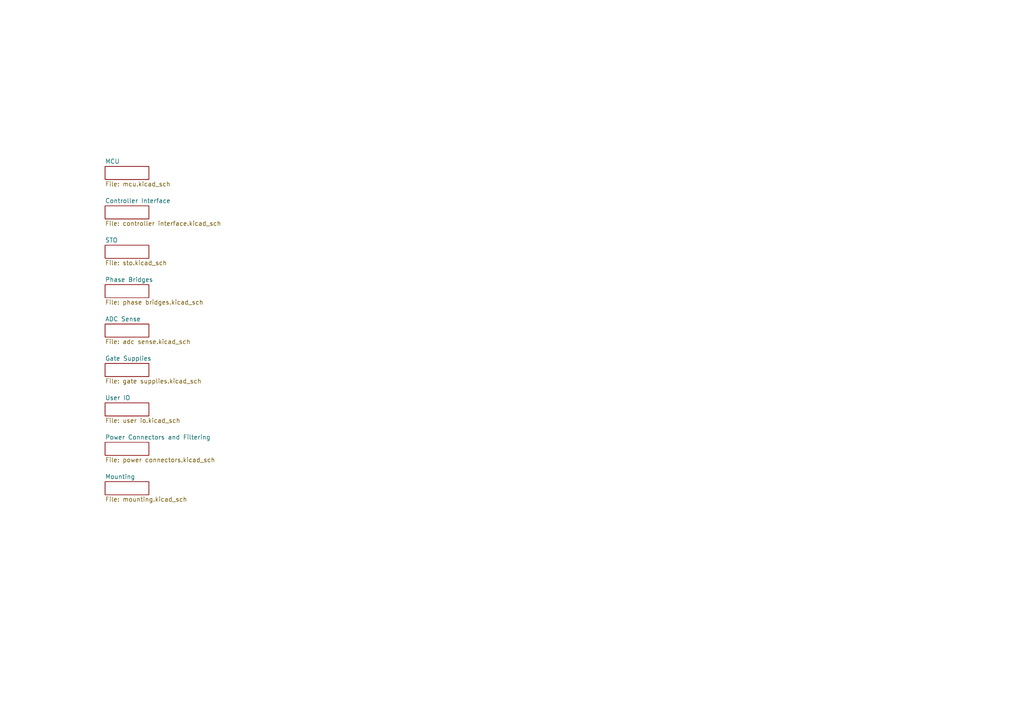
<source format=kicad_sch>
(kicad_sch
	(version 20231120)
	(generator "eeschema")
	(generator_version "8.0")
	(uuid "00e1489f-e855-42b2-9b8a-dcc958a4feb6")
	(paper "A4")
	(lib_symbols)
	(sheet
		(at 30.48 48.26)
		(size 12.7 3.81)
		(fields_autoplaced yes)
		(stroke
			(width 0.1524)
			(type solid)
		)
		(fill
			(color 0 0 0 0.0000)
		)
		(uuid "0994202a-da31-4ff2-a1b0-77c92fee171e")
		(property "Sheetname" "MCU"
			(at 30.48 47.5484 0)
			(effects
				(font
					(size 1.27 1.27)
				)
				(justify left bottom)
			)
		)
		(property "Sheetfile" "mcu.kicad_sch"
			(at 30.48 52.6546 0)
			(effects
				(font
					(size 1.27 1.27)
				)
				(justify left top)
			)
		)
		(instances
			(project "HV servo drive v1"
				(path "/00e1489f-e855-42b2-9b8a-dcc958a4feb6"
					(page "2")
				)
			)
		)
	)
	(sheet
		(at 30.48 105.41)
		(size 12.7 3.81)
		(fields_autoplaced yes)
		(stroke
			(width 0.1524)
			(type solid)
		)
		(fill
			(color 0 0 0 0.0000)
		)
		(uuid "259c1026-fe6d-43e7-bb0b-0fa333ad9045")
		(property "Sheetname" "Gate Supplies"
			(at 30.48 104.6984 0)
			(effects
				(font
					(size 1.27 1.27)
				)
				(justify left bottom)
			)
		)
		(property "Sheetfile" "gate supplies.kicad_sch"
			(at 30.48 109.8046 0)
			(effects
				(font
					(size 1.27 1.27)
				)
				(justify left top)
			)
		)
		(instances
			(project "HV servo drive v1"
				(path "/00e1489f-e855-42b2-9b8a-dcc958a4feb6"
					(page "7")
				)
			)
		)
	)
	(sheet
		(at 30.48 128.27)
		(size 12.7 3.81)
		(fields_autoplaced yes)
		(stroke
			(width 0.1524)
			(type solid)
		)
		(fill
			(color 0 0 0 0.0000)
		)
		(uuid "2852c9f9-8bc9-4870-b49f-dc85f06c165d")
		(property "Sheetname" "Power Connectors and Filtering"
			(at 30.48 127.5584 0)
			(effects
				(font
					(size 1.27 1.27)
				)
				(justify left bottom)
			)
		)
		(property "Sheetfile" "power connectors.kicad_sch"
			(at 30.48 132.6646 0)
			(effects
				(font
					(size 1.27 1.27)
				)
				(justify left top)
			)
		)
		(instances
			(project "HV servo drive v1"
				(path "/00e1489f-e855-42b2-9b8a-dcc958a4feb6"
					(page "9")
				)
			)
		)
	)
	(sheet
		(at 30.48 116.84)
		(size 12.7 3.81)
		(fields_autoplaced yes)
		(stroke
			(width 0.1524)
			(type solid)
		)
		(fill
			(color 0 0 0 0.0000)
		)
		(uuid "350b799a-1897-4e91-b3ab-5fc22b52db7c")
		(property "Sheetname" "User IO"
			(at 30.48 116.1284 0)
			(effects
				(font
					(size 1.27 1.27)
				)
				(justify left bottom)
			)
		)
		(property "Sheetfile" "user io.kicad_sch"
			(at 30.48 121.2346 0)
			(effects
				(font
					(size 1.27 1.27)
				)
				(justify left top)
			)
		)
		(instances
			(project "HV servo drive v1"
				(path "/00e1489f-e855-42b2-9b8a-dcc958a4feb6"
					(page "8")
				)
			)
		)
	)
	(sheet
		(at 30.48 139.7)
		(size 12.7 3.81)
		(fields_autoplaced yes)
		(stroke
			(width 0.1524)
			(type solid)
		)
		(fill
			(color 0 0 0 0.0000)
		)
		(uuid "5630d7aa-18e9-4c19-993b-fb61da4e222f")
		(property "Sheetname" "Mounting"
			(at 30.48 138.9884 0)
			(effects
				(font
					(size 1.27 1.27)
				)
				(justify left bottom)
			)
		)
		(property "Sheetfile" "mounting.kicad_sch"
			(at 30.48 144.0946 0)
			(effects
				(font
					(size 1.27 1.27)
				)
				(justify left top)
			)
		)
		(instances
			(project "HV servo drive v1"
				(path "/00e1489f-e855-42b2-9b8a-dcc958a4feb6"
					(page "10")
				)
			)
		)
	)
	(sheet
		(at 30.48 71.12)
		(size 12.7 3.81)
		(fields_autoplaced yes)
		(stroke
			(width 0.1524)
			(type solid)
		)
		(fill
			(color 0 0 0 0.0000)
		)
		(uuid "5ac84363-ab69-4569-a1a9-ce084738114b")
		(property "Sheetname" "STO"
			(at 30.48 70.4084 0)
			(effects
				(font
					(size 1.27 1.27)
				)
				(justify left bottom)
			)
		)
		(property "Sheetfile" "sto.kicad_sch"
			(at 30.48 75.5146 0)
			(effects
				(font
					(size 1.27 1.27)
				)
				(justify left top)
			)
		)
		(instances
			(project "HV servo drive v1"
				(path "/00e1489f-e855-42b2-9b8a-dcc958a4feb6"
					(page "4")
				)
			)
		)
	)
	(sheet
		(at 30.48 59.69)
		(size 12.7 3.81)
		(fields_autoplaced yes)
		(stroke
			(width 0.1524)
			(type solid)
		)
		(fill
			(color 0 0 0 0.0000)
		)
		(uuid "9524a05b-e576-4e62-b0e5-c418214a1de1")
		(property "Sheetname" "Controller Interface"
			(at 30.48 58.9784 0)
			(effects
				(font
					(size 1.27 1.27)
				)
				(justify left bottom)
			)
		)
		(property "Sheetfile" "controller interface.kicad_sch"
			(at 30.48 64.0846 0)
			(effects
				(font
					(size 1.27 1.27)
				)
				(justify left top)
			)
		)
		(instances
			(project "HV servo drive v1"
				(path "/00e1489f-e855-42b2-9b8a-dcc958a4feb6"
					(page "3")
				)
			)
		)
	)
	(sheet
		(at 30.48 82.55)
		(size 12.7 3.81)
		(fields_autoplaced yes)
		(stroke
			(width 0.1524)
			(type solid)
		)
		(fill
			(color 0 0 0 0.0000)
		)
		(uuid "b4bade25-f251-493e-881f-c7d34096bfbd")
		(property "Sheetname" "Phase Bridges"
			(at 30.48 81.8384 0)
			(effects
				(font
					(size 1.27 1.27)
				)
				(justify left bottom)
			)
		)
		(property "Sheetfile" "phase bridges.kicad_sch"
			(at 30.48 86.9446 0)
			(effects
				(font
					(size 1.27 1.27)
				)
				(justify left top)
			)
		)
		(instances
			(project "HV servo drive v1"
				(path "/00e1489f-e855-42b2-9b8a-dcc958a4feb6"
					(page "5")
				)
			)
		)
	)
	(sheet
		(at 30.48 93.98)
		(size 12.7 3.81)
		(fields_autoplaced yes)
		(stroke
			(width 0.1524)
			(type solid)
		)
		(fill
			(color 0 0 0 0.0000)
		)
		(uuid "d112511a-b5ba-4c1b-9115-b44aced07b40")
		(property "Sheetname" "ADC Sense"
			(at 30.48 93.2684 0)
			(effects
				(font
					(size 1.27 1.27)
				)
				(justify left bottom)
			)
		)
		(property "Sheetfile" "adc sense.kicad_sch"
			(at 30.48 98.3746 0)
			(effects
				(font
					(size 1.27 1.27)
				)
				(justify left top)
			)
		)
		(property "Field2" ""
			(at 30.48 93.98 0)
			(effects
				(font
					(size 1.27 1.27)
				)
				(hide yes)
			)
		)
		(instances
			(project "HV servo drive v1"
				(path "/00e1489f-e855-42b2-9b8a-dcc958a4feb6"
					(page "6")
				)
			)
		)
	)
	(sheet_instances
		(path "/"
			(page "1")
		)
	)
)
</source>
